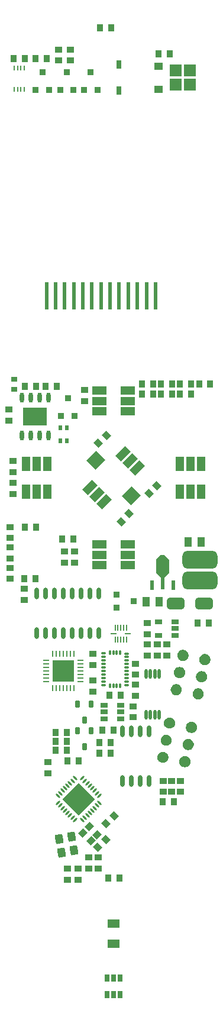
<source format=gbr>
G04 Layer_Color=8421504*
%FSLAX25Y25*%
%MOIN*%
%TF.FileFunction,Paste,Top*%
%TF.Part,Single*%
G01*
G75*
%TA.AperFunction,SMDPad,CuDef*%
%ADD10R,0.03937X0.03543*%
%ADD11R,0.03543X0.03740*%
%ADD12R,0.03543X0.03937*%
%ADD13R,0.04331X0.02559*%
%ADD15R,0.02165X0.15748*%
%ADD16R,0.04134X0.05512*%
%ADD17R,0.02362X0.05512*%
%ADD18R,0.02362X0.07087*%
G04:AMPARAMS|DCode=19|XSize=98.42mil|YSize=66.93mil|CornerRadius=16.73mil|HoleSize=0mil|Usage=FLASHONLY|Rotation=180.000|XOffset=0mil|YOffset=0mil|HoleType=Round|Shape=RoundedRectangle|*
%AMROUNDEDRECTD19*
21,1,0.09842,0.03347,0,0,180.0*
21,1,0.06496,0.06693,0,0,180.0*
1,1,0.03346,-0.03248,0.01673*
1,1,0.03346,0.03248,0.01673*
1,1,0.03346,0.03248,-0.01673*
1,1,0.03346,-0.03248,-0.01673*
%
%ADD19ROUNDEDRECTD19*%
G04:AMPARAMS|DCode=20|XSize=98.42mil|YSize=196.85mil|CornerRadius=24.61mil|HoleSize=0mil|Usage=FLASHONLY|Rotation=90.000|XOffset=0mil|YOffset=0mil|HoleType=Round|Shape=RoundedRectangle|*
%AMROUNDEDRECTD20*
21,1,0.09842,0.14764,0,0,90.0*
21,1,0.04921,0.19685,0,0,90.0*
1,1,0.04921,0.07382,0.02461*
1,1,0.04921,0.07382,-0.02461*
1,1,0.04921,-0.07382,-0.02461*
1,1,0.04921,-0.07382,0.02461*
%
%ADD20ROUNDEDRECTD20*%
%ADD24O,0.02756X0.01181*%
%ADD25O,0.01181X0.02756*%
G04:AMPARAMS|DCode=26|XSize=9.84mil|YSize=31.5mil|CornerRadius=0mil|HoleSize=0mil|Usage=FLASHONLY|Rotation=225.000|XOffset=0mil|YOffset=0mil|HoleType=Round|Shape=Round|*
%AMOVALD26*
21,1,0.02165,0.00984,0.00000,0.00000,315.0*
1,1,0.00984,-0.00766,0.00766*
1,1,0.00984,0.00766,-0.00766*
%
%ADD26OVALD26*%

G04:AMPARAMS|DCode=27|XSize=9.84mil|YSize=31.5mil|CornerRadius=0mil|HoleSize=0mil|Usage=FLASHONLY|Rotation=135.000|XOffset=0mil|YOffset=0mil|HoleType=Round|Shape=Round|*
%AMOVALD27*
21,1,0.02165,0.00984,0.00000,0.00000,225.0*
1,1,0.00984,0.00766,0.00766*
1,1,0.00984,-0.00766,-0.00766*
%
%ADD27OVALD27*%

%ADD28P,0.18374X4X180.0*%
%ADD29R,0.00787X0.03740*%
%ADD30R,0.03740X0.00787*%
G04:AMPARAMS|DCode=31|XSize=9.84mil|YSize=23.62mil|CornerRadius=1.97mil|HoleSize=0mil|Usage=FLASHONLY|Rotation=180.000|XOffset=0mil|YOffset=0mil|HoleType=Round|Shape=RoundedRectangle|*
%AMROUNDEDRECTD31*
21,1,0.00984,0.01968,0,0,180.0*
21,1,0.00591,0.02362,0,0,180.0*
1,1,0.00394,-0.00295,0.00984*
1,1,0.00394,0.00295,0.00984*
1,1,0.00394,0.00295,-0.00984*
1,1,0.00394,-0.00295,-0.00984*
%
%ADD31ROUNDEDRECTD31*%
%ADD32R,0.02559X0.04331*%
G04:AMPARAMS|DCode=33|XSize=39.37mil|YSize=35.43mil|CornerRadius=0mil|HoleSize=0mil|Usage=FLASHONLY|Rotation=135.000|XOffset=0mil|YOffset=0mil|HoleType=Round|Shape=Rectangle|*
%AMROTATEDRECTD33*
4,1,4,0.02645,-0.00139,0.00139,-0.02645,-0.02645,0.00139,-0.00139,0.02645,0.02645,-0.00139,0.0*
%
%ADD33ROTATEDRECTD33*%

G04:AMPARAMS|DCode=34|XSize=39.37mil|YSize=35.43mil|CornerRadius=0mil|HoleSize=0mil|Usage=FLASHONLY|Rotation=225.000|XOffset=0mil|YOffset=0mil|HoleType=Round|Shape=Rectangle|*
%AMROTATEDRECTD34*
4,1,4,0.00139,0.02645,0.02645,0.00139,-0.00139,-0.02645,-0.02645,-0.00139,0.00139,0.02645,0.0*
%
%ADD34ROTATEDRECTD34*%

%ADD35R,0.03543X0.02756*%
%ADD36R,0.08268X0.04724*%
%ADD37R,0.04724X0.08268*%
G04:AMPARAMS|DCode=38|XSize=23.62mil|YSize=39.37mil|CornerRadius=2.95mil|HoleSize=0mil|Usage=FLASHONLY|Rotation=180.000|XOffset=0mil|YOffset=0mil|HoleType=Round|Shape=RoundedRectangle|*
%AMROUNDEDRECTD38*
21,1,0.02362,0.03347,0,0,180.0*
21,1,0.01772,0.03937,0,0,180.0*
1,1,0.00591,-0.00886,0.01673*
1,1,0.00591,0.00886,0.01673*
1,1,0.00591,0.00886,-0.01673*
1,1,0.00591,-0.00886,-0.01673*
%
%ADD38ROUNDEDRECTD38*%
%ADD39O,0.01772X0.05512*%
%ADD40R,0.03740X0.03543*%
%ADD41R,0.07087X0.04528*%
%ADD42R,0.12323X0.12323*%
%ADD43O,0.00787X0.03740*%
%ADD44O,0.03740X0.00787*%
%ADD45O,0.02362X0.05709*%
%ADD46R,0.13386X0.09842*%
G04:AMPARAMS|DCode=47|XSize=51.18mil|YSize=43.31mil|CornerRadius=4.33mil|HoleSize=0mil|Usage=FLASHONLY|Rotation=281.000|XOffset=0mil|YOffset=0mil|HoleType=Round|Shape=RoundedRectangle|*
%AMROUNDEDRECTD47*
21,1,0.05118,0.03465,0,0,281.0*
21,1,0.04252,0.04331,0,0,281.0*
1,1,0.00866,-0.01295,-0.02418*
1,1,0.00866,-0.02106,0.01756*
1,1,0.00866,0.01295,0.02418*
1,1,0.00866,0.02106,-0.01756*
%
%ADD47ROUNDEDRECTD47*%
G04:AMPARAMS|DCode=48|XSize=74.8mil|YSize=78.74mil|CornerRadius=0mil|HoleSize=0mil|Usage=FLASHONLY|Rotation=135.000|XOffset=0mil|YOffset=0mil|HoleType=Round|Shape=Rectangle|*
%AMROTATEDRECTD48*
4,1,4,0.05429,0.00139,-0.00139,-0.05429,-0.05429,-0.00139,0.00139,0.05429,0.05429,0.00139,0.0*
%
%ADD48ROTATEDRECTD48*%

G04:AMPARAMS|DCode=49|XSize=43.31mil|YSize=78.74mil|CornerRadius=0mil|HoleSize=0mil|Usage=FLASHONLY|Rotation=315.000|XOffset=0mil|YOffset=0mil|HoleType=Round|Shape=Rectangle|*
%AMROTATEDRECTD49*
4,1,4,-0.04315,-0.01253,0.01253,0.04315,0.04315,0.01253,-0.01253,-0.04315,-0.04315,-0.01253,0.0*
%
%ADD49ROTATEDRECTD49*%

%ADD50R,0.01968X0.02953*%
%ADD51R,0.02756X0.04724*%
%ADD52R,0.04724X0.03937*%
%ADD53R,0.06693X0.06693*%
%ADD54O,0.02362X0.06693*%
%ADD55O,0.02559X0.06496*%
G36*
X31335Y298465D02*
Y290984D01*
X28776Y288425D01*
X26413D01*
X23854Y290984D01*
Y298465D01*
X26413Y301024D01*
X28776D01*
X31335Y298465D01*
D02*
G37*
G36*
X39952Y247527D02*
X40525Y247289D01*
X41041Y246945D01*
X41480Y246506D01*
X41824Y245990D01*
X42062Y245417D01*
X42183Y244809D01*
Y244188D01*
X42062Y243580D01*
X41824Y243006D01*
X41480Y242491D01*
X41041Y242052D01*
X40525Y241707D01*
X39952Y241470D01*
X39343Y241349D01*
X38723D01*
X38114Y241470D01*
X37541Y241707D01*
X37025Y242052D01*
X36587Y242491D01*
X36242Y243006D01*
X36004Y243580D01*
X35914Y244036D01*
X35884Y244498D01*
X35884Y244498D01*
X35914Y244960D01*
X36004Y245417D01*
X36242Y245990D01*
X36587Y246506D01*
X37025Y246945D01*
X37541Y247289D01*
X38114Y247527D01*
X38723Y247648D01*
X39343D01*
X39952Y247527D01*
D02*
G37*
G36*
X52319Y245123D02*
X52892Y244886D01*
X53408Y244541D01*
X53847Y244102D01*
X54191Y243586D01*
X54429Y243013D01*
X54550Y242405D01*
Y241784D01*
X54429Y241176D01*
X54191Y240603D01*
X53847Y240087D01*
X53408Y239648D01*
X52892Y239303D01*
X52319Y239066D01*
X51710Y238945D01*
X51090D01*
X50481Y239066D01*
X49908Y239303D01*
X49392Y239648D01*
X48954Y240087D01*
X48609Y240603D01*
X48371Y241176D01*
X48281Y241633D01*
X48250Y242094D01*
X48250Y242094D01*
X48281Y242556D01*
X48371Y243013D01*
X48609Y243586D01*
X48954Y244102D01*
X49392Y244541D01*
X49908Y244886D01*
X50481Y245123D01*
X51090Y245244D01*
X51710D01*
X52319Y245123D01*
D02*
G37*
G36*
X38074Y237865D02*
X38647Y237628D01*
X39163Y237283D01*
X39601Y236844D01*
X39946Y236329D01*
X40184Y235755D01*
X40305Y235147D01*
Y234526D01*
X40184Y233918D01*
X39946Y233345D01*
X39601Y232829D01*
X39163Y232390D01*
X38647Y232046D01*
X38074Y231808D01*
X37465Y231687D01*
X36845D01*
X36236Y231808D01*
X35663Y232046D01*
X35147Y232390D01*
X34709Y232829D01*
X34364Y233345D01*
X34126Y233918D01*
X34036Y234375D01*
X34005Y234837D01*
X34005Y234837D01*
X34036Y235299D01*
X34126Y235755D01*
X34364Y236329D01*
X34709Y236844D01*
X35147Y237283D01*
X35663Y237628D01*
X36236Y237865D01*
X36845Y237986D01*
X37465D01*
X38074Y237865D01*
D02*
G37*
G36*
X50441Y235461D02*
X51014Y235224D01*
X51530Y234879D01*
X51968Y234440D01*
X52313Y233925D01*
X52551Y233351D01*
X52672Y232743D01*
Y232123D01*
X52551Y231514D01*
X52313Y230941D01*
X51968Y230425D01*
X51530Y229986D01*
X51014Y229642D01*
X50441Y229404D01*
X49832Y229283D01*
X49212D01*
X48603Y229404D01*
X48030Y229642D01*
X47514Y229986D01*
X47076Y230425D01*
X46731Y230941D01*
X46493Y231514D01*
X46403Y231971D01*
X46372Y232433D01*
X46372Y232433D01*
X46403Y232895D01*
X46493Y233351D01*
X46731Y233925D01*
X47076Y234441D01*
X47514Y234879D01*
X48030Y235224D01*
X48603Y235461D01*
X49212Y235582D01*
X49832D01*
X50441Y235461D01*
D02*
G37*
G36*
X36196Y228204D02*
X36769Y227966D01*
X37285Y227622D01*
X37723Y227183D01*
X38068Y226667D01*
X38306Y226094D01*
X38427Y225485D01*
Y224865D01*
X38306Y224256D01*
X38068Y223683D01*
X37723Y223167D01*
X37285Y222728D01*
X36769Y222384D01*
X36196Y222146D01*
X35587Y222025D01*
X34967D01*
X34358Y222146D01*
X33785Y222384D01*
X33269Y222728D01*
X32831Y223167D01*
X32486Y223683D01*
X32248Y224256D01*
X32157Y224713D01*
X32127Y225175D01*
X32127Y225175D01*
X32157Y225637D01*
X32248Y226094D01*
X32486Y226667D01*
X32831Y227183D01*
X33269Y227622D01*
X33785Y227966D01*
X34358Y228204D01*
X34967Y228325D01*
X35587D01*
X36196Y228204D01*
D02*
G37*
G36*
X48563Y225800D02*
X49136Y225562D01*
X49652Y225218D01*
X50090Y224779D01*
X50435Y224263D01*
X50673Y223690D01*
X50793Y223081D01*
Y222461D01*
X50673Y221852D01*
X50435Y221279D01*
X50090Y220763D01*
X49652Y220325D01*
X49136Y219980D01*
X48563Y219742D01*
X47954Y219621D01*
X47334D01*
X46725Y219742D01*
X46152Y219980D01*
X45636Y220325D01*
X45197Y220763D01*
X44853Y221279D01*
X44615Y221852D01*
X44524Y222309D01*
X44494Y222771D01*
X44494Y222771D01*
X44524Y223233D01*
X44615Y223690D01*
X44853Y224263D01*
X45197Y224779D01*
X45636Y225218D01*
X46152Y225562D01*
X46725Y225800D01*
X47334Y225921D01*
X47954D01*
X48563Y225800D01*
D02*
G37*
G36*
X32430Y209389D02*
X33003Y209151D01*
X33519Y208806D01*
X33957Y208368D01*
X34302Y207852D01*
X34540Y207279D01*
X34661Y206670D01*
Y206050D01*
X34540Y205441D01*
X34302Y204868D01*
X33957Y204352D01*
X33519Y203914D01*
X33003Y203569D01*
X32430Y203331D01*
X31821Y203210D01*
X31201D01*
X30592Y203331D01*
X30019Y203569D01*
X29503Y203914D01*
X29065Y204352D01*
X28720Y204868D01*
X28482Y205441D01*
X28392Y205898D01*
X28361Y206360D01*
X28361Y206360D01*
X28392Y206822D01*
X28482Y207279D01*
X28720Y207852D01*
X29065Y208368D01*
X29503Y208806D01*
X30019Y209151D01*
X30592Y209389D01*
X31201Y209510D01*
X31821D01*
X32430Y209389D01*
D02*
G37*
G36*
X44797Y206985D02*
X45370Y206747D01*
X45886Y206403D01*
X46325Y205964D01*
X46669Y205448D01*
X46907Y204875D01*
X47028Y204266D01*
Y203646D01*
X46907Y203038D01*
X46669Y202464D01*
X46325Y201948D01*
X45886Y201510D01*
X45370Y201165D01*
X44797Y200928D01*
X44188Y200807D01*
X43568D01*
X42959Y200928D01*
X42386Y201165D01*
X41870Y201510D01*
X41432Y201948D01*
X41087Y202464D01*
X40850Y203038D01*
X40759Y203494D01*
X40729Y203956D01*
X40729Y203956D01*
X40759Y204418D01*
X40850Y204875D01*
X41087Y205448D01*
X41432Y205964D01*
X41870Y206403D01*
X42386Y206747D01*
X42959Y206985D01*
X43568Y207106D01*
X44188D01*
X44797Y206985D01*
D02*
G37*
G36*
X30552Y199727D02*
X31125Y199489D01*
X31641Y199145D01*
X32079Y198706D01*
X32424Y198190D01*
X32662Y197617D01*
X32783Y197009D01*
Y196388D01*
X32662Y195780D01*
X32424Y195206D01*
X32079Y194691D01*
X31641Y194252D01*
X31125Y193907D01*
X30552Y193670D01*
X29943Y193549D01*
X29323D01*
X28714Y193670D01*
X28141Y193907D01*
X27625Y194252D01*
X27187Y194691D01*
X26842Y195206D01*
X26605Y195780D01*
X26514Y196236D01*
X26484Y196698D01*
X26484Y196698D01*
X26514Y197160D01*
X26605Y197617D01*
X26842Y198190D01*
X27187Y198706D01*
X27625Y199145D01*
X28141Y199489D01*
X28714Y199727D01*
X29323Y199848D01*
X29943D01*
X30552Y199727D01*
D02*
G37*
G36*
X42919Y197323D02*
X43492Y197086D01*
X44008Y196741D01*
X44447Y196302D01*
X44791Y195786D01*
X45029Y195213D01*
X45150Y194605D01*
Y193984D01*
X45029Y193376D01*
X44791Y192803D01*
X44447Y192287D01*
X44008Y191848D01*
X43492Y191503D01*
X42919Y191266D01*
X42310Y191145D01*
X41690D01*
X41081Y191266D01*
X40508Y191503D01*
X39992Y191848D01*
X39554Y192287D01*
X39209Y192803D01*
X38971Y193376D01*
X38881Y193833D01*
X38850Y194295D01*
X38850Y194295D01*
X38881Y194756D01*
X38971Y195213D01*
X39209Y195786D01*
X39554Y196302D01*
X39992Y196741D01*
X40508Y197086D01*
X41081Y197323D01*
X41690Y197444D01*
X42310D01*
X42919Y197323D01*
D02*
G37*
G36*
X28674Y190065D02*
X29247Y189828D01*
X29763Y189483D01*
X30202Y189044D01*
X30546Y188529D01*
X30784Y187955D01*
X30905Y187347D01*
Y186726D01*
X30784Y186118D01*
X30546Y185545D01*
X30202Y185029D01*
X29763Y184590D01*
X29247Y184246D01*
X28674Y184008D01*
X28065Y183887D01*
X27445D01*
X26836Y184008D01*
X26263Y184246D01*
X25747Y184590D01*
X25308Y185029D01*
X24964Y185545D01*
X24726Y186118D01*
X24636Y186575D01*
X24605Y187037D01*
X24605Y187037D01*
X24636Y187499D01*
X24726Y187955D01*
X24964Y188529D01*
X25308Y189044D01*
X25747Y189483D01*
X26263Y189828D01*
X26836Y190065D01*
X27445Y190186D01*
X28065D01*
X28674Y190065D01*
D02*
G37*
G36*
X41076Y187674D02*
X41649Y187437D01*
X42165Y187092D01*
X42604Y186653D01*
X42949Y186138D01*
X43186Y185564D01*
X43307Y184956D01*
Y184335D01*
X43186Y183727D01*
X42949Y183154D01*
X42604Y182638D01*
X42165Y182199D01*
X41649Y181854D01*
X41076Y181617D01*
X40468Y181496D01*
X39847D01*
X39239Y181617D01*
X38666Y181854D01*
X38150Y182199D01*
X37711Y182638D01*
X37366Y183154D01*
X37129Y183727D01*
X37038Y184184D01*
X37008Y184646D01*
X37008Y184646D01*
X37038Y185108D01*
X37129Y185564D01*
X37366Y186138D01*
X37711Y186653D01*
X38150Y187092D01*
X38666Y187437D01*
X39239Y187674D01*
X39847Y187795D01*
X40468D01*
X41076Y187674D01*
D02*
G37*
D10*
X-24400Y585850D02*
D03*
Y579550D02*
D03*
X19000Y250550D02*
D03*
Y244250D02*
D03*
X24500Y250550D02*
D03*
Y244250D02*
D03*
X-31100Y579550D02*
D03*
Y585850D02*
D03*
X-16400Y393950D02*
D03*
Y387650D02*
D03*
X12400Y221845D02*
D03*
Y228144D02*
D03*
X-50200Y282144D02*
D03*
Y275845D02*
D03*
X30100Y250550D02*
D03*
Y244250D02*
D03*
X37600Y167550D02*
D03*
Y173850D02*
D03*
X12400Y233545D02*
D03*
Y239844D02*
D03*
X-58200Y305350D02*
D03*
Y299050D02*
D03*
X32700Y167550D02*
D03*
Y173850D02*
D03*
X-26000Y124244D02*
D03*
Y117945D02*
D03*
X-11600Y239045D02*
D03*
Y245344D02*
D03*
X-20000Y124244D02*
D03*
Y117945D02*
D03*
X-8661Y130709D02*
D03*
Y124409D02*
D03*
X-58200Y287550D02*
D03*
Y293850D02*
D03*
X-22100Y302944D02*
D03*
Y296645D02*
D03*
X-58200Y316850D02*
D03*
Y310550D02*
D03*
X-14173Y124409D02*
D03*
Y130709D02*
D03*
X-37100Y177945D02*
D03*
Y184244D02*
D03*
X27900Y173850D02*
D03*
Y167550D02*
D03*
X-56693Y341732D02*
D03*
Y335433D02*
D03*
X-11600Y230344D02*
D03*
Y224045D02*
D03*
X-59055Y383071D02*
D03*
Y376772D02*
D03*
X-56693Y353937D02*
D03*
Y347638D02*
D03*
X11000Y215850D02*
D03*
Y209550D02*
D03*
X19000Y256345D02*
D03*
Y262644D02*
D03*
X-27800Y302950D02*
D03*
Y296650D02*
D03*
D11*
X-22638Y563189D02*
D03*
X-26378Y573032D02*
D03*
X-30118Y563189D02*
D03*
X-43898D02*
D03*
X-40157Y573032D02*
D03*
X-36417Y563189D02*
D03*
X-9160Y563173D02*
D03*
X-12900Y573016D02*
D03*
X-16640Y563173D02*
D03*
X-22060Y379373D02*
D03*
X-25800Y389216D02*
D03*
X-29540Y379373D02*
D03*
D12*
X-37750Y580700D02*
D03*
X-44050D02*
D03*
X53750Y262695D02*
D03*
X47450D02*
D03*
X54450Y397300D02*
D03*
X48150D02*
D03*
X-50150Y396094D02*
D03*
X-43850D02*
D03*
X-38189Y396063D02*
D03*
X-31890D02*
D03*
X37450Y391800D02*
D03*
X43750D02*
D03*
X-50000Y580709D02*
D03*
X-56299D02*
D03*
X-7750Y598200D02*
D03*
X-1450D02*
D03*
X-26350Y191194D02*
D03*
X-32650D02*
D03*
X-22650Y309894D02*
D03*
X-28950D02*
D03*
X-43950Y287700D02*
D03*
X-50250D02*
D03*
X-3150Y119194D02*
D03*
X3150D02*
D03*
X3950Y222094D02*
D03*
X-2350D02*
D03*
X-7950Y195395D02*
D03*
X-1650D02*
D03*
X37450Y397300D02*
D03*
X43750D02*
D03*
X-6250Y202300D02*
D03*
X50D02*
D03*
X25450Y583500D02*
D03*
X31750D02*
D03*
X26750Y391800D02*
D03*
X33050D02*
D03*
X16050Y397300D02*
D03*
X22350D02*
D03*
X33050D02*
D03*
X26750D02*
D03*
X-43850Y316600D02*
D03*
X-50150D02*
D03*
X27650Y162000D02*
D03*
X33950D02*
D03*
X-26350Y201195D02*
D03*
X-32650D02*
D03*
X-32650Y196195D02*
D03*
X-26350D02*
D03*
X-26149Y185117D02*
D03*
X-19850Y185073D02*
D03*
X-7950Y189495D02*
D03*
X-1650D02*
D03*
X15950Y391800D02*
D03*
X22250D02*
D03*
D13*
X34724Y255854D02*
D03*
Y259594D02*
D03*
Y263335D02*
D03*
X25276D02*
D03*
Y255854D02*
D03*
X4024Y208860D02*
D03*
Y212600D02*
D03*
Y216340D02*
D03*
X-5424D02*
D03*
Y212600D02*
D03*
Y208860D02*
D03*
D15*
X-37809Y446895D02*
D03*
X-32691D02*
D03*
X-27572D02*
D03*
X-22454D02*
D03*
X-17336D02*
D03*
X-12218D02*
D03*
X-7100D02*
D03*
X-1982D02*
D03*
X3136D02*
D03*
X8254D02*
D03*
X13372D02*
D03*
X18490D02*
D03*
X23609D02*
D03*
D16*
X25740Y274594D02*
D03*
X18260D02*
D03*
X41860Y308494D02*
D03*
X49340D02*
D03*
D17*
X33500Y284095D02*
D03*
X21689D02*
D03*
D18*
X27595Y284882D02*
D03*
D19*
X35126Y273594D02*
D03*
X50874D02*
D03*
D20*
X48500Y286689D02*
D03*
Y298500D02*
D03*
D24*
X-5784Y243584D02*
D03*
Y241616D02*
D03*
Y239647D02*
D03*
Y237679D02*
D03*
Y235710D02*
D03*
Y233742D02*
D03*
Y231773D02*
D03*
Y229805D02*
D03*
Y227836D02*
D03*
X7371Y227795D02*
D03*
Y229763D02*
D03*
Y231732D02*
D03*
Y233700D02*
D03*
Y235668D02*
D03*
Y237637D02*
D03*
Y239605D02*
D03*
Y241574D02*
D03*
Y243543D02*
D03*
Y245511D02*
D03*
X-5784Y245553D02*
D03*
D25*
X-2137Y227294D02*
D03*
X-169D02*
D03*
X1800D02*
D03*
X3768D02*
D03*
Y245996D02*
D03*
X1800D02*
D03*
X-169D02*
D03*
X-2137D02*
D03*
D26*
X-17597Y151554D02*
D03*
X-16205Y152946D02*
D03*
X-14813Y154338D02*
D03*
X-13421Y155730D02*
D03*
X-12029Y157122D02*
D03*
X-10637Y158514D02*
D03*
X-9245Y159906D02*
D03*
X-7853Y161298D02*
D03*
X-21773Y175217D02*
D03*
X-23165Y173825D02*
D03*
X-24557Y172433D02*
D03*
X-25949Y171042D02*
D03*
X-27341Y169650D02*
D03*
X-28733Y168258D02*
D03*
X-30125Y166866D02*
D03*
X-31517Y165474D02*
D03*
D27*
X-7853D02*
D03*
X-9245Y166866D02*
D03*
X-10637Y168258D02*
D03*
X-12029Y169650D02*
D03*
X-13421Y171042D02*
D03*
X-14813Y172433D02*
D03*
X-16205Y173825D02*
D03*
X-17597Y175217D02*
D03*
X-31517Y161298D02*
D03*
X-30125Y159906D02*
D03*
X-28733Y158514D02*
D03*
X-27341Y157122D02*
D03*
X-25949Y155730D02*
D03*
X-24557Y154338D02*
D03*
X-23165Y152946D02*
D03*
X-21773Y151554D02*
D03*
D28*
X-19685Y163386D02*
D03*
D29*
X7150Y260200D02*
D03*
X5575D02*
D03*
X4000D02*
D03*
X2425D02*
D03*
X850D02*
D03*
X7150Y253389D02*
D03*
X5575D02*
D03*
X4000D02*
D03*
X2425D02*
D03*
X850D02*
D03*
D30*
X7937Y256795D02*
D03*
X63D02*
D03*
D31*
X-56153Y563494D02*
D03*
X-54184D02*
D03*
X-52216D02*
D03*
X-50247D02*
D03*
X-56153Y575306D02*
D03*
X-54184D02*
D03*
X-52216D02*
D03*
X-50247D02*
D03*
D32*
X3740Y62719D02*
D03*
X0D02*
D03*
X-3740D02*
D03*
Y53270D02*
D03*
X0D02*
D03*
X3740D02*
D03*
D33*
X259Y154196D02*
D03*
X-4196Y149741D02*
D03*
X-8526Y363915D02*
D03*
X-4072Y368369D02*
D03*
X8727Y324322D02*
D03*
X4273Y319867D02*
D03*
X19820Y335568D02*
D03*
X24274Y340022D02*
D03*
X-8920Y136356D02*
D03*
X-4466Y140810D02*
D03*
D34*
X-13644Y147896D02*
D03*
X-9190Y143442D02*
D03*
X-17188Y144353D02*
D03*
X-12733Y139899D02*
D03*
D35*
X-55905Y394488D02*
D03*
Y400000D02*
D03*
D36*
X7874Y387795D02*
D03*
Y381890D02*
D03*
Y393701D02*
D03*
X-7874Y381890D02*
D03*
Y393701D02*
D03*
Y387795D02*
D03*
X7874Y301181D02*
D03*
Y295276D02*
D03*
Y307087D02*
D03*
X-7874Y295276D02*
D03*
Y307087D02*
D03*
Y301181D02*
D03*
D37*
X-43307Y352362D02*
D03*
X-37402D02*
D03*
X-49213D02*
D03*
X-37402Y336614D02*
D03*
X-49213D02*
D03*
X-43307D02*
D03*
X43307Y352362D02*
D03*
X49213D02*
D03*
X37402D02*
D03*
X49213Y336614D02*
D03*
X37402D02*
D03*
X43307D02*
D03*
D38*
X-16500Y208067D02*
D03*
X-20240Y217122D02*
D03*
X-12760D02*
D03*
X-16500Y193067D02*
D03*
X-20240Y202122D02*
D03*
X-12760D02*
D03*
D39*
X18250Y210880D02*
D03*
X20750D02*
D03*
X23250D02*
D03*
X25750D02*
D03*
X18250Y234109D02*
D03*
X20750D02*
D03*
X23250D02*
D03*
X25750D02*
D03*
D40*
X1579Y271354D02*
D03*
X11421Y275095D02*
D03*
X1579Y278835D02*
D03*
D41*
X-0Y81890D02*
D03*
Y93307D02*
D03*
D42*
X-28344Y235732D02*
D03*
D43*
X-22439Y225987D02*
D03*
X-24407D02*
D03*
X-26376D02*
D03*
X-28344D02*
D03*
X-30313Y225987D02*
D03*
X-32281D02*
D03*
X-34250Y225987D02*
D03*
Y245476D02*
D03*
X-32281D02*
D03*
X-30313D02*
D03*
X-28344D02*
D03*
X-26376D02*
D03*
X-24407D02*
D03*
X-22439D02*
D03*
D44*
X-38088Y229826D02*
D03*
X-38088Y231795D02*
D03*
Y233763D02*
D03*
Y235732D02*
D03*
Y237700D02*
D03*
X-38088Y239668D02*
D03*
Y241637D02*
D03*
X-18600D02*
D03*
X-18600Y239668D02*
D03*
Y237700D02*
D03*
Y235732D02*
D03*
Y233763D02*
D03*
Y231795D02*
D03*
X-18600Y229826D02*
D03*
D45*
X-51791Y368209D02*
D03*
X-46791D02*
D03*
X-41791D02*
D03*
X-36791D02*
D03*
X-51791Y389665D02*
D03*
X-46791D02*
D03*
X-41791D02*
D03*
X-36791D02*
D03*
D46*
X-44291Y378937D02*
D03*
D47*
X-29302Y133255D02*
D03*
X-30804Y140984D02*
D03*
X-23848Y142336D02*
D03*
X-22345Y134607D02*
D03*
D48*
X10022Y334466D02*
D03*
X-10022Y354510D02*
D03*
D49*
X13418Y349945D02*
D03*
X9437Y353926D02*
D03*
X5456Y357907D02*
D03*
X-5456Y331070D02*
D03*
X-9437Y335051D02*
D03*
X-13418Y339032D02*
D03*
D50*
X-30043Y365508D02*
D03*
X-26500D02*
D03*
Y372594D02*
D03*
X-30043D02*
D03*
D51*
X3000Y562711D02*
D03*
Y577278D02*
D03*
D52*
X25300Y563302D02*
D03*
Y576295D02*
D03*
D53*
X35142Y573932D02*
D03*
Y566058D02*
D03*
X43016Y573932D02*
D03*
Y566058D02*
D03*
D54*
X20000Y201771D02*
D03*
X15000D02*
D03*
X10000D02*
D03*
X5000D02*
D03*
X20000Y173818D02*
D03*
X15000D02*
D03*
X10000D02*
D03*
X5000D02*
D03*
D55*
X-8500Y279217D02*
D03*
X-13500D02*
D03*
X-18500D02*
D03*
X-23500D02*
D03*
X-28500D02*
D03*
X-33500D02*
D03*
X-38500D02*
D03*
X-43500D02*
D03*
X-8500Y256972D02*
D03*
X-13500D02*
D03*
X-18500D02*
D03*
X-23500D02*
D03*
X-28500D02*
D03*
X-33500D02*
D03*
X-38500D02*
D03*
X-43500D02*
D03*
%TF.MD5,2d8a0d8fda6433ea0847577117d7d8a3*%
M02*

</source>
